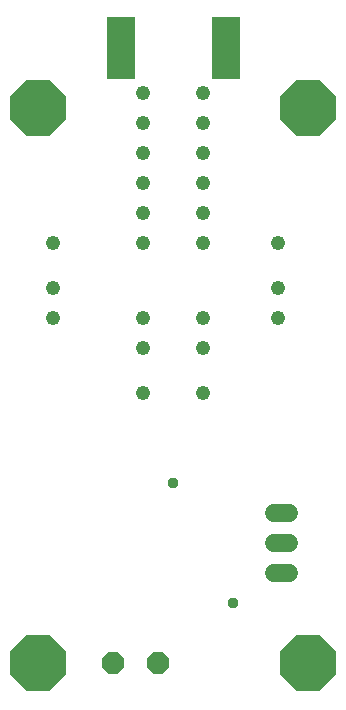
<source format=gbr>
G04 EAGLE Gerber RS-274X export*
G75*
%MOMM*%
%FSLAX34Y34*%
%LPD*%
%INSoldermask Bottom*%
%IPPOS*%
%AMOC8*
5,1,8,0,0,1.08239X$1,22.5*%
G01*
%ADD10R,2.489200X5.283200*%
%ADD11P,1.951982X8X22.500000*%
%ADD12C,1.524000*%
%ADD13P,5.090697X8X22.500000*%
%ADD14C,1.209600*%
%ADD15C,0.959600*%


D10*
X108204Y774446D03*
X196596Y774446D03*
D11*
X101600Y254000D03*
X139700Y254000D03*
D12*
X237236Y355600D02*
X250444Y355600D01*
X250444Y330200D02*
X237236Y330200D01*
X237236Y381000D02*
X250444Y381000D01*
D13*
X38100Y723900D03*
X38100Y254000D03*
X266700Y723900D03*
X266700Y254000D03*
D14*
X127000Y736600D03*
X177800Y736600D03*
X177800Y711200D03*
X127000Y711200D03*
X127000Y685800D03*
X177800Y685800D03*
X127000Y660400D03*
X177800Y660400D03*
X177800Y635000D03*
X127000Y635000D03*
X127000Y609600D03*
X177800Y609600D03*
X241300Y609600D03*
X241300Y571500D03*
X241300Y546100D03*
X177800Y546100D03*
X127000Y546100D03*
X127000Y520700D03*
X177800Y520700D03*
X177800Y482600D03*
X127000Y482600D03*
X50800Y609600D03*
X50800Y571500D03*
X50800Y546100D03*
D15*
X152400Y406400D03*
X203200Y304800D03*
M02*

</source>
